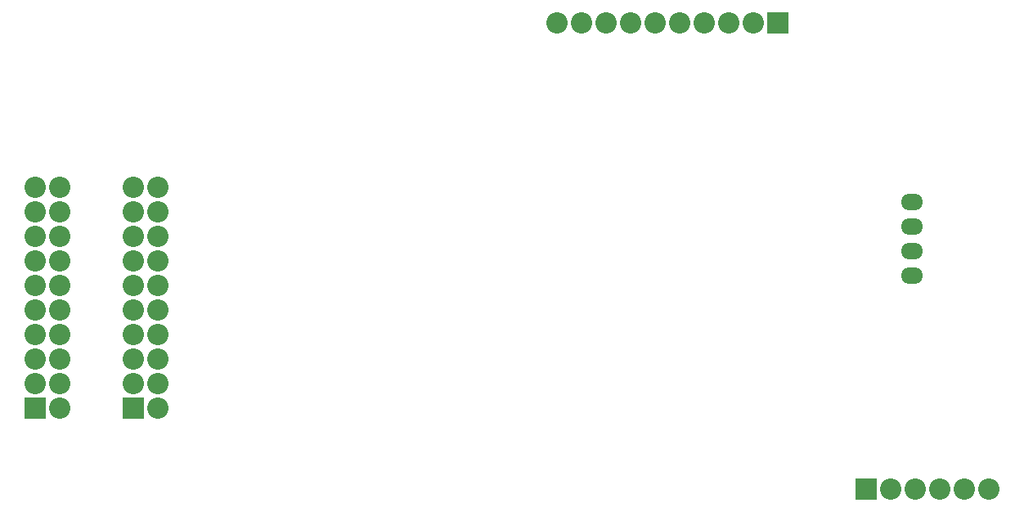
<source format=gbs>
G04*
G04 #@! TF.GenerationSoftware,Altium Limited,Altium Designer,21.2.0 (30)*
G04*
G04 Layer_Color=16711935*
%FSLAX25Y25*%
%MOIN*%
G70*
G04*
G04 #@! TF.SameCoordinates,50EEE562-DE44-4F6C-8D0E-6D451127BC4F*
G04*
G04*
G04 #@! TF.FilePolarity,Negative*
G04*
G01*
G75*
%ADD37O,0.09068X0.06706*%
%ADD38C,0.08674*%
%ADD39R,0.08674X0.08674*%
%ADD40R,0.08674X0.08674*%
D37*
X377500Y125000D02*
D03*
Y115000D02*
D03*
Y105000D02*
D03*
Y95000D02*
D03*
D38*
X242835Y198024D02*
D03*
X232835D02*
D03*
X252835D02*
D03*
X262835D02*
D03*
X292835D02*
D03*
X302835D02*
D03*
X312835D02*
D03*
X282835D02*
D03*
X272835D02*
D03*
X408835Y8024D02*
D03*
X398835D02*
D03*
X368835D02*
D03*
X378835D02*
D03*
X388835D02*
D03*
X60099Y121024D02*
D03*
Y131024D02*
D03*
X70000D02*
D03*
Y121024D02*
D03*
Y61024D02*
D03*
Y71024D02*
D03*
X60099D02*
D03*
Y61024D02*
D03*
Y51024D02*
D03*
X70000D02*
D03*
Y41024D02*
D03*
X60099Y81024D02*
D03*
Y91024D02*
D03*
X70000D02*
D03*
Y81024D02*
D03*
Y101024D02*
D03*
Y111024D02*
D03*
X60099D02*
D03*
Y101024D02*
D03*
X20099Y121024D02*
D03*
Y131024D02*
D03*
X30000D02*
D03*
Y121024D02*
D03*
Y61024D02*
D03*
Y71024D02*
D03*
X20099D02*
D03*
Y61024D02*
D03*
Y51024D02*
D03*
X30000D02*
D03*
Y41024D02*
D03*
X20099Y81024D02*
D03*
Y91024D02*
D03*
X30000D02*
D03*
Y81024D02*
D03*
Y101024D02*
D03*
Y111024D02*
D03*
X20099D02*
D03*
Y101024D02*
D03*
D39*
X322835Y198024D02*
D03*
X358835Y8024D02*
D03*
D40*
X60099Y41024D02*
D03*
X20099D02*
D03*
M02*

</source>
